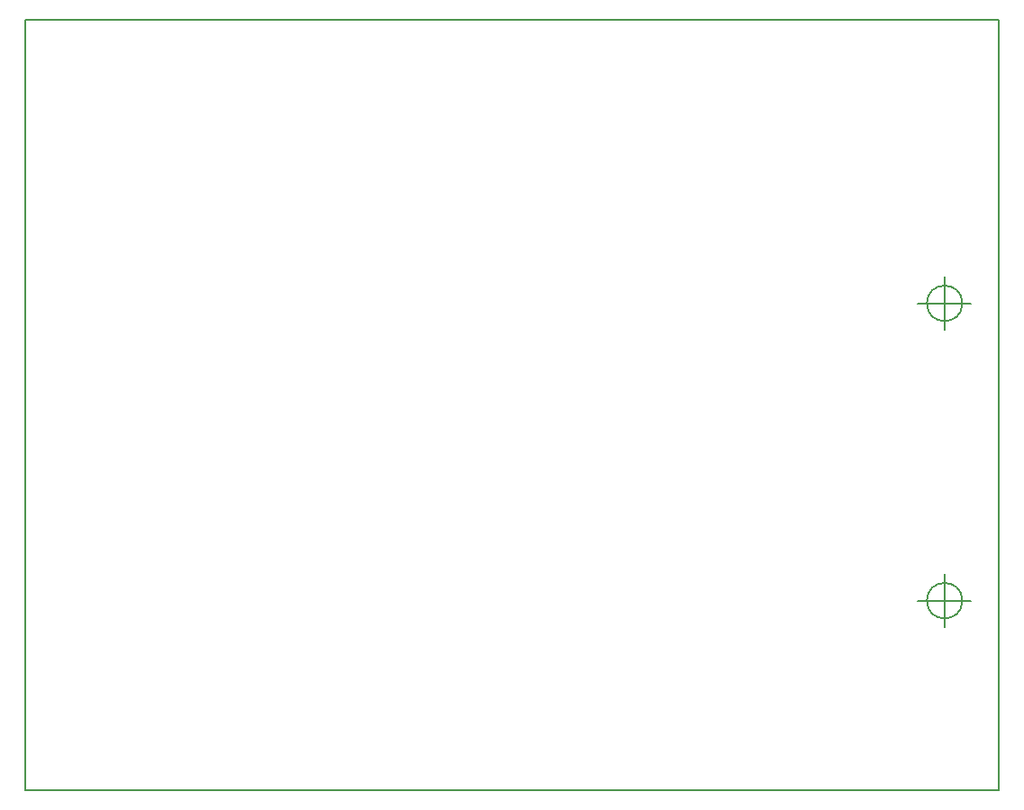
<source format=gbr>
G04 #@! TF.FileFunction,Profile,NP*
%FSLAX46Y46*%
G04 Gerber Fmt 4.6, Leading zero omitted, Abs format (unit mm)*
G04 Created by KiCad (PCBNEW 4.0.1-stable) date 2017/02/01 16:31:02*
%MOMM*%
G01*
G04 APERTURE LIST*
%ADD10C,0.100000*%
%ADD11C,0.150000*%
G04 APERTURE END LIST*
D10*
D11*
X182118000Y-64135000D02*
X90678000Y-64135000D01*
X182118000Y-136525000D02*
X182118000Y-64135000D01*
X90678000Y-136525000D02*
X182118000Y-136525000D01*
X90678000Y-64135000D02*
X90678000Y-136525000D01*
X178704666Y-90805000D02*
G75*
G03X178704666Y-90805000I-1666666J0D01*
G01*
X174538000Y-90805000D02*
X179538000Y-90805000D01*
X177038000Y-88305000D02*
X177038000Y-93305000D01*
X178704666Y-118745000D02*
G75*
G03X178704666Y-118745000I-1666666J0D01*
G01*
X174538000Y-118745000D02*
X179538000Y-118745000D01*
X177038000Y-116245000D02*
X177038000Y-121245000D01*
M02*

</source>
